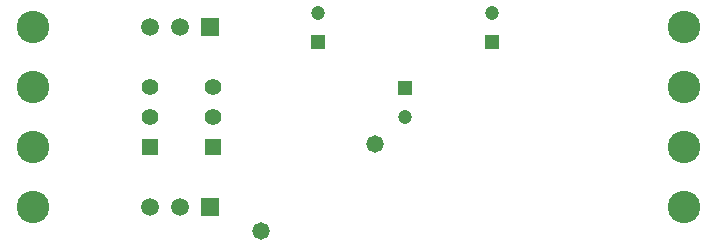
<source format=gbr>
%TF.GenerationSoftware,Altium Limited,Altium Designer,22.9.1 (49)*%
G04 Layer_Color=16711935*
%FSLAX26Y26*%
%MOIN*%
%TF.SameCoordinates,855F7917-2C45-41DE-9D2E-9897B7A1FA0C*%
%TF.FilePolarity,Negative*%
%TF.FileFunction,Soldermask,Bot*%
%TF.Part,Single*%
G01*
G75*
%TA.AperFunction,ComponentPad*%
%ADD10C,0.108000*%
%ADD11R,0.059181X0.059181*%
%ADD12C,0.059181*%
%ADD13R,0.047244X0.047244*%
%ADD14C,0.047244*%
%ADD15C,0.055953*%
%ADD16R,0.055953X0.055953*%
%TA.AperFunction,ViaPad*%
%ADD17C,0.058000*%
D10*
X2660000Y2600000D02*
D03*
Y2400000D02*
D03*
Y2200000D02*
D03*
Y2800000D02*
D03*
X4830000Y2600000D02*
D03*
Y2400000D02*
D03*
Y2200000D02*
D03*
Y2800000D02*
D03*
D11*
X3250000D02*
D03*
Y2200000D02*
D03*
D12*
X3150000Y2800000D02*
D03*
X3050000D02*
D03*
X3150000Y2200000D02*
D03*
X3050000D02*
D03*
D13*
X3900000Y2599213D02*
D03*
X3610000Y2750787D02*
D03*
X4190000D02*
D03*
D14*
X3900000Y2500787D02*
D03*
X3610000Y2849213D02*
D03*
X4190000D02*
D03*
D15*
X3050000Y2600000D02*
D03*
Y2500000D02*
D03*
X3260000Y2600000D02*
D03*
Y2500000D02*
D03*
D16*
X3050000Y2400000D02*
D03*
X3260000D02*
D03*
D17*
X3800000Y2410000D02*
D03*
X3420000Y2120000D02*
D03*
%TF.MD5,fac9c1f041f694bc065b91e5b4984e52*%
M02*

</source>
